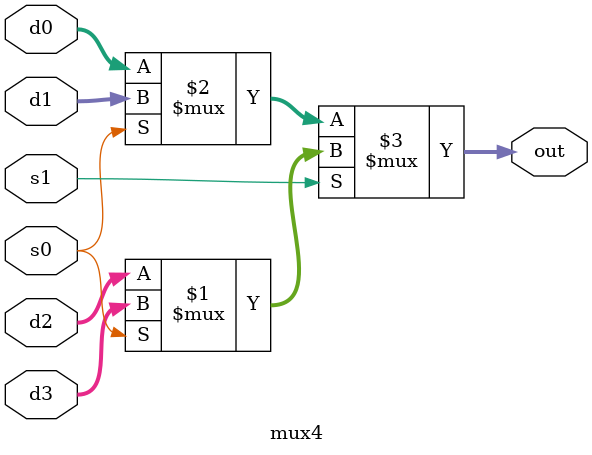
<source format=sv>
`timescale 1ns / 1ps

module mux4(
    input logic [15:0] d0, //ALU_out
    input logic [15:0] d1, //D_R_data
    input logic [15:0] d2, //RF_W_data
    input logic [15:0] d3, //Input
    input logic s1, //RF_s1
    input logic s0, //RF_s0
    output logic [15:0] out //W_data_in
    );
    
    assign out = s1 ? (s0 ? d3 : d2) : (s0 ? d1 : d0);
    
endmodule

</source>
